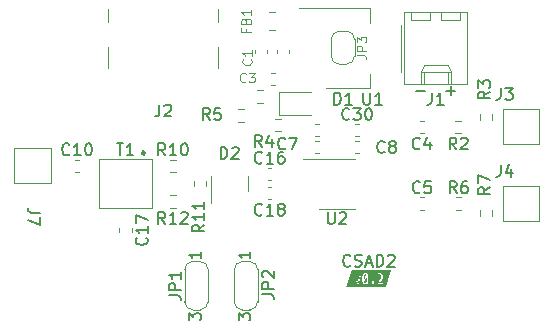
<source format=gbr>
%TF.GenerationSoftware,KiCad,Pcbnew,(7.0.0)*%
%TF.CreationDate,2023-03-22T16:00:15+00:00*%
%TF.ProjectId,CSAD2,43534144-322e-46b6-9963-61645f706362,0.2*%
%TF.SameCoordinates,Original*%
%TF.FileFunction,Legend,Top*%
%TF.FilePolarity,Positive*%
%FSLAX46Y46*%
G04 Gerber Fmt 4.6, Leading zero omitted, Abs format (unit mm)*
G04 Created by KiCad (PCBNEW (7.0.0)) date 2023-03-22 16:00:15*
%MOMM*%
%LPD*%
G01*
G04 APERTURE LIST*
%ADD10C,0.150000*%
%ADD11C,0.120000*%
%ADD12C,0.283607*%
G04 APERTURE END LIST*
D10*
X154859048Y-85386428D02*
X155620953Y-85386428D01*
X155240000Y-85767380D02*
X155240000Y-85005476D01*
X152319048Y-85386428D02*
X153080953Y-85386428D01*
X146728571Y-100187142D02*
X146680952Y-100234761D01*
X146680952Y-100234761D02*
X146538095Y-100282380D01*
X146538095Y-100282380D02*
X146442857Y-100282380D01*
X146442857Y-100282380D02*
X146300000Y-100234761D01*
X146300000Y-100234761D02*
X146204762Y-100139523D01*
X146204762Y-100139523D02*
X146157143Y-100044285D01*
X146157143Y-100044285D02*
X146109524Y-99853809D01*
X146109524Y-99853809D02*
X146109524Y-99710952D01*
X146109524Y-99710952D02*
X146157143Y-99520476D01*
X146157143Y-99520476D02*
X146204762Y-99425238D01*
X146204762Y-99425238D02*
X146300000Y-99330000D01*
X146300000Y-99330000D02*
X146442857Y-99282380D01*
X146442857Y-99282380D02*
X146538095Y-99282380D01*
X146538095Y-99282380D02*
X146680952Y-99330000D01*
X146680952Y-99330000D02*
X146728571Y-99377619D01*
X147109524Y-100234761D02*
X147252381Y-100282380D01*
X147252381Y-100282380D02*
X147490476Y-100282380D01*
X147490476Y-100282380D02*
X147585714Y-100234761D01*
X147585714Y-100234761D02*
X147633333Y-100187142D01*
X147633333Y-100187142D02*
X147680952Y-100091904D01*
X147680952Y-100091904D02*
X147680952Y-99996666D01*
X147680952Y-99996666D02*
X147633333Y-99901428D01*
X147633333Y-99901428D02*
X147585714Y-99853809D01*
X147585714Y-99853809D02*
X147490476Y-99806190D01*
X147490476Y-99806190D02*
X147300000Y-99758571D01*
X147300000Y-99758571D02*
X147204762Y-99710952D01*
X147204762Y-99710952D02*
X147157143Y-99663333D01*
X147157143Y-99663333D02*
X147109524Y-99568095D01*
X147109524Y-99568095D02*
X147109524Y-99472857D01*
X147109524Y-99472857D02*
X147157143Y-99377619D01*
X147157143Y-99377619D02*
X147204762Y-99330000D01*
X147204762Y-99330000D02*
X147300000Y-99282380D01*
X147300000Y-99282380D02*
X147538095Y-99282380D01*
X147538095Y-99282380D02*
X147680952Y-99330000D01*
X148061905Y-99996666D02*
X148538095Y-99996666D01*
X147966667Y-100282380D02*
X148300000Y-99282380D01*
X148300000Y-99282380D02*
X148633333Y-100282380D01*
X148966667Y-100282380D02*
X148966667Y-99282380D01*
X148966667Y-99282380D02*
X149204762Y-99282380D01*
X149204762Y-99282380D02*
X149347619Y-99330000D01*
X149347619Y-99330000D02*
X149442857Y-99425238D01*
X149442857Y-99425238D02*
X149490476Y-99520476D01*
X149490476Y-99520476D02*
X149538095Y-99710952D01*
X149538095Y-99710952D02*
X149538095Y-99853809D01*
X149538095Y-99853809D02*
X149490476Y-100044285D01*
X149490476Y-100044285D02*
X149442857Y-100139523D01*
X149442857Y-100139523D02*
X149347619Y-100234761D01*
X149347619Y-100234761D02*
X149204762Y-100282380D01*
X149204762Y-100282380D02*
X148966667Y-100282380D01*
X149919048Y-99377619D02*
X149966667Y-99330000D01*
X149966667Y-99330000D02*
X150061905Y-99282380D01*
X150061905Y-99282380D02*
X150300000Y-99282380D01*
X150300000Y-99282380D02*
X150395238Y-99330000D01*
X150395238Y-99330000D02*
X150442857Y-99377619D01*
X150442857Y-99377619D02*
X150490476Y-99472857D01*
X150490476Y-99472857D02*
X150490476Y-99568095D01*
X150490476Y-99568095D02*
X150442857Y-99710952D01*
X150442857Y-99710952D02*
X149871429Y-100282380D01*
X149871429Y-100282380D02*
X150490476Y-100282380D01*
%TO.C,R6*%
X155733333Y-94067380D02*
X155400000Y-93591190D01*
X155161905Y-94067380D02*
X155161905Y-93067380D01*
X155161905Y-93067380D02*
X155542857Y-93067380D01*
X155542857Y-93067380D02*
X155638095Y-93115000D01*
X155638095Y-93115000D02*
X155685714Y-93162619D01*
X155685714Y-93162619D02*
X155733333Y-93257857D01*
X155733333Y-93257857D02*
X155733333Y-93400714D01*
X155733333Y-93400714D02*
X155685714Y-93495952D01*
X155685714Y-93495952D02*
X155638095Y-93543571D01*
X155638095Y-93543571D02*
X155542857Y-93591190D01*
X155542857Y-93591190D02*
X155161905Y-93591190D01*
X156590476Y-93067380D02*
X156400000Y-93067380D01*
X156400000Y-93067380D02*
X156304762Y-93115000D01*
X156304762Y-93115000D02*
X156257143Y-93162619D01*
X156257143Y-93162619D02*
X156161905Y-93305476D01*
X156161905Y-93305476D02*
X156114286Y-93495952D01*
X156114286Y-93495952D02*
X156114286Y-93876904D01*
X156114286Y-93876904D02*
X156161905Y-93972142D01*
X156161905Y-93972142D02*
X156209524Y-94019761D01*
X156209524Y-94019761D02*
X156304762Y-94067380D01*
X156304762Y-94067380D02*
X156495238Y-94067380D01*
X156495238Y-94067380D02*
X156590476Y-94019761D01*
X156590476Y-94019761D02*
X156638095Y-93972142D01*
X156638095Y-93972142D02*
X156685714Y-93876904D01*
X156685714Y-93876904D02*
X156685714Y-93638809D01*
X156685714Y-93638809D02*
X156638095Y-93543571D01*
X156638095Y-93543571D02*
X156590476Y-93495952D01*
X156590476Y-93495952D02*
X156495238Y-93448333D01*
X156495238Y-93448333D02*
X156304762Y-93448333D01*
X156304762Y-93448333D02*
X156209524Y-93495952D01*
X156209524Y-93495952D02*
X156161905Y-93543571D01*
X156161905Y-93543571D02*
X156114286Y-93638809D01*
%TO.C,C8*%
X149633333Y-90572142D02*
X149585714Y-90619761D01*
X149585714Y-90619761D02*
X149442857Y-90667380D01*
X149442857Y-90667380D02*
X149347619Y-90667380D01*
X149347619Y-90667380D02*
X149204762Y-90619761D01*
X149204762Y-90619761D02*
X149109524Y-90524523D01*
X149109524Y-90524523D02*
X149061905Y-90429285D01*
X149061905Y-90429285D02*
X149014286Y-90238809D01*
X149014286Y-90238809D02*
X149014286Y-90095952D01*
X149014286Y-90095952D02*
X149061905Y-89905476D01*
X149061905Y-89905476D02*
X149109524Y-89810238D01*
X149109524Y-89810238D02*
X149204762Y-89715000D01*
X149204762Y-89715000D02*
X149347619Y-89667380D01*
X149347619Y-89667380D02*
X149442857Y-89667380D01*
X149442857Y-89667380D02*
X149585714Y-89715000D01*
X149585714Y-89715000D02*
X149633333Y-89762619D01*
X150204762Y-90095952D02*
X150109524Y-90048333D01*
X150109524Y-90048333D02*
X150061905Y-90000714D01*
X150061905Y-90000714D02*
X150014286Y-89905476D01*
X150014286Y-89905476D02*
X150014286Y-89857857D01*
X150014286Y-89857857D02*
X150061905Y-89762619D01*
X150061905Y-89762619D02*
X150109524Y-89715000D01*
X150109524Y-89715000D02*
X150204762Y-89667380D01*
X150204762Y-89667380D02*
X150395238Y-89667380D01*
X150395238Y-89667380D02*
X150490476Y-89715000D01*
X150490476Y-89715000D02*
X150538095Y-89762619D01*
X150538095Y-89762619D02*
X150585714Y-89857857D01*
X150585714Y-89857857D02*
X150585714Y-89905476D01*
X150585714Y-89905476D02*
X150538095Y-90000714D01*
X150538095Y-90000714D02*
X150490476Y-90048333D01*
X150490476Y-90048333D02*
X150395238Y-90095952D01*
X150395238Y-90095952D02*
X150204762Y-90095952D01*
X150204762Y-90095952D02*
X150109524Y-90143571D01*
X150109524Y-90143571D02*
X150061905Y-90191190D01*
X150061905Y-90191190D02*
X150014286Y-90286428D01*
X150014286Y-90286428D02*
X150014286Y-90476904D01*
X150014286Y-90476904D02*
X150061905Y-90572142D01*
X150061905Y-90572142D02*
X150109524Y-90619761D01*
X150109524Y-90619761D02*
X150204762Y-90667380D01*
X150204762Y-90667380D02*
X150395238Y-90667380D01*
X150395238Y-90667380D02*
X150490476Y-90619761D01*
X150490476Y-90619761D02*
X150538095Y-90572142D01*
X150538095Y-90572142D02*
X150585714Y-90476904D01*
X150585714Y-90476904D02*
X150585714Y-90286428D01*
X150585714Y-90286428D02*
X150538095Y-90191190D01*
X150538095Y-90191190D02*
X150490476Y-90143571D01*
X150490476Y-90143571D02*
X150395238Y-90095952D01*
%TO.C,C17*%
X129472142Y-97842857D02*
X129519761Y-97890476D01*
X129519761Y-97890476D02*
X129567380Y-98033333D01*
X129567380Y-98033333D02*
X129567380Y-98128571D01*
X129567380Y-98128571D02*
X129519761Y-98271428D01*
X129519761Y-98271428D02*
X129424523Y-98366666D01*
X129424523Y-98366666D02*
X129329285Y-98414285D01*
X129329285Y-98414285D02*
X129138809Y-98461904D01*
X129138809Y-98461904D02*
X128995952Y-98461904D01*
X128995952Y-98461904D02*
X128805476Y-98414285D01*
X128805476Y-98414285D02*
X128710238Y-98366666D01*
X128710238Y-98366666D02*
X128615000Y-98271428D01*
X128615000Y-98271428D02*
X128567380Y-98128571D01*
X128567380Y-98128571D02*
X128567380Y-98033333D01*
X128567380Y-98033333D02*
X128615000Y-97890476D01*
X128615000Y-97890476D02*
X128662619Y-97842857D01*
X129567380Y-96890476D02*
X129567380Y-97461904D01*
X129567380Y-97176190D02*
X128567380Y-97176190D01*
X128567380Y-97176190D02*
X128710238Y-97271428D01*
X128710238Y-97271428D02*
X128805476Y-97366666D01*
X128805476Y-97366666D02*
X128853095Y-97461904D01*
X128567380Y-96557142D02*
X128567380Y-95890476D01*
X128567380Y-95890476D02*
X129567380Y-96319047D01*
%TO.C,R5*%
X134833333Y-87867380D02*
X134500000Y-87391190D01*
X134261905Y-87867380D02*
X134261905Y-86867380D01*
X134261905Y-86867380D02*
X134642857Y-86867380D01*
X134642857Y-86867380D02*
X134738095Y-86915000D01*
X134738095Y-86915000D02*
X134785714Y-86962619D01*
X134785714Y-86962619D02*
X134833333Y-87057857D01*
X134833333Y-87057857D02*
X134833333Y-87200714D01*
X134833333Y-87200714D02*
X134785714Y-87295952D01*
X134785714Y-87295952D02*
X134738095Y-87343571D01*
X134738095Y-87343571D02*
X134642857Y-87391190D01*
X134642857Y-87391190D02*
X134261905Y-87391190D01*
X135738095Y-86867380D02*
X135261905Y-86867380D01*
X135261905Y-86867380D02*
X135214286Y-87343571D01*
X135214286Y-87343571D02*
X135261905Y-87295952D01*
X135261905Y-87295952D02*
X135357143Y-87248333D01*
X135357143Y-87248333D02*
X135595238Y-87248333D01*
X135595238Y-87248333D02*
X135690476Y-87295952D01*
X135690476Y-87295952D02*
X135738095Y-87343571D01*
X135738095Y-87343571D02*
X135785714Y-87438809D01*
X135785714Y-87438809D02*
X135785714Y-87676904D01*
X135785714Y-87676904D02*
X135738095Y-87772142D01*
X135738095Y-87772142D02*
X135690476Y-87819761D01*
X135690476Y-87819761D02*
X135595238Y-87867380D01*
X135595238Y-87867380D02*
X135357143Y-87867380D01*
X135357143Y-87867380D02*
X135261905Y-87819761D01*
X135261905Y-87819761D02*
X135214286Y-87772142D01*
D11*
%TO.C,C1*%
X138317714Y-82733332D02*
X138355809Y-82771428D01*
X138355809Y-82771428D02*
X138393904Y-82885713D01*
X138393904Y-82885713D02*
X138393904Y-82961904D01*
X138393904Y-82961904D02*
X138355809Y-83076190D01*
X138355809Y-83076190D02*
X138279619Y-83152380D01*
X138279619Y-83152380D02*
X138203428Y-83190475D01*
X138203428Y-83190475D02*
X138051047Y-83228571D01*
X138051047Y-83228571D02*
X137936761Y-83228571D01*
X137936761Y-83228571D02*
X137784380Y-83190475D01*
X137784380Y-83190475D02*
X137708190Y-83152380D01*
X137708190Y-83152380D02*
X137632000Y-83076190D01*
X137632000Y-83076190D02*
X137593904Y-82961904D01*
X137593904Y-82961904D02*
X137593904Y-82885713D01*
X137593904Y-82885713D02*
X137632000Y-82771428D01*
X137632000Y-82771428D02*
X137670095Y-82733332D01*
X138393904Y-81971428D02*
X138393904Y-82428571D01*
X138393904Y-82199999D02*
X137593904Y-82199999D01*
X137593904Y-82199999D02*
X137708190Y-82276190D01*
X137708190Y-82276190D02*
X137784380Y-82352380D01*
X137784380Y-82352380D02*
X137822476Y-82428571D01*
D10*
%TO.C,C16*%
X139257142Y-91472142D02*
X139209523Y-91519761D01*
X139209523Y-91519761D02*
X139066666Y-91567380D01*
X139066666Y-91567380D02*
X138971428Y-91567380D01*
X138971428Y-91567380D02*
X138828571Y-91519761D01*
X138828571Y-91519761D02*
X138733333Y-91424523D01*
X138733333Y-91424523D02*
X138685714Y-91329285D01*
X138685714Y-91329285D02*
X138638095Y-91138809D01*
X138638095Y-91138809D02*
X138638095Y-90995952D01*
X138638095Y-90995952D02*
X138685714Y-90805476D01*
X138685714Y-90805476D02*
X138733333Y-90710238D01*
X138733333Y-90710238D02*
X138828571Y-90615000D01*
X138828571Y-90615000D02*
X138971428Y-90567380D01*
X138971428Y-90567380D02*
X139066666Y-90567380D01*
X139066666Y-90567380D02*
X139209523Y-90615000D01*
X139209523Y-90615000D02*
X139257142Y-90662619D01*
X140209523Y-91567380D02*
X139638095Y-91567380D01*
X139923809Y-91567380D02*
X139923809Y-90567380D01*
X139923809Y-90567380D02*
X139828571Y-90710238D01*
X139828571Y-90710238D02*
X139733333Y-90805476D01*
X139733333Y-90805476D02*
X139638095Y-90853095D01*
X141066666Y-90567380D02*
X140876190Y-90567380D01*
X140876190Y-90567380D02*
X140780952Y-90615000D01*
X140780952Y-90615000D02*
X140733333Y-90662619D01*
X140733333Y-90662619D02*
X140638095Y-90805476D01*
X140638095Y-90805476D02*
X140590476Y-90995952D01*
X140590476Y-90995952D02*
X140590476Y-91376904D01*
X140590476Y-91376904D02*
X140638095Y-91472142D01*
X140638095Y-91472142D02*
X140685714Y-91519761D01*
X140685714Y-91519761D02*
X140780952Y-91567380D01*
X140780952Y-91567380D02*
X140971428Y-91567380D01*
X140971428Y-91567380D02*
X141066666Y-91519761D01*
X141066666Y-91519761D02*
X141114285Y-91472142D01*
X141114285Y-91472142D02*
X141161904Y-91376904D01*
X141161904Y-91376904D02*
X141161904Y-91138809D01*
X141161904Y-91138809D02*
X141114285Y-91043571D01*
X141114285Y-91043571D02*
X141066666Y-90995952D01*
X141066666Y-90995952D02*
X140971428Y-90948333D01*
X140971428Y-90948333D02*
X140780952Y-90948333D01*
X140780952Y-90948333D02*
X140685714Y-90995952D01*
X140685714Y-90995952D02*
X140638095Y-91043571D01*
X140638095Y-91043571D02*
X140590476Y-91138809D01*
D11*
%TO.C,JP3*%
X147293904Y-82416666D02*
X147865333Y-82416666D01*
X147865333Y-82416666D02*
X147979619Y-82454761D01*
X147979619Y-82454761D02*
X148055809Y-82530952D01*
X148055809Y-82530952D02*
X148093904Y-82645237D01*
X148093904Y-82645237D02*
X148093904Y-82721428D01*
X148093904Y-82035713D02*
X147293904Y-82035713D01*
X147293904Y-82035713D02*
X147293904Y-81730951D01*
X147293904Y-81730951D02*
X147332000Y-81654761D01*
X147332000Y-81654761D02*
X147370095Y-81616666D01*
X147370095Y-81616666D02*
X147446285Y-81578570D01*
X147446285Y-81578570D02*
X147560571Y-81578570D01*
X147560571Y-81578570D02*
X147636761Y-81616666D01*
X147636761Y-81616666D02*
X147674857Y-81654761D01*
X147674857Y-81654761D02*
X147712952Y-81730951D01*
X147712952Y-81730951D02*
X147712952Y-82035713D01*
X147293904Y-81311904D02*
X147293904Y-80816666D01*
X147293904Y-80816666D02*
X147598666Y-81083332D01*
X147598666Y-81083332D02*
X147598666Y-80969047D01*
X147598666Y-80969047D02*
X147636761Y-80892856D01*
X147636761Y-80892856D02*
X147674857Y-80854761D01*
X147674857Y-80854761D02*
X147751047Y-80816666D01*
X147751047Y-80816666D02*
X147941523Y-80816666D01*
X147941523Y-80816666D02*
X148017714Y-80854761D01*
X148017714Y-80854761D02*
X148055809Y-80892856D01*
X148055809Y-80892856D02*
X148093904Y-80969047D01*
X148093904Y-80969047D02*
X148093904Y-81197618D01*
X148093904Y-81197618D02*
X148055809Y-81273809D01*
X148055809Y-81273809D02*
X148017714Y-81311904D01*
D10*
%TO.C,C18*%
X139257142Y-95872142D02*
X139209523Y-95919761D01*
X139209523Y-95919761D02*
X139066666Y-95967380D01*
X139066666Y-95967380D02*
X138971428Y-95967380D01*
X138971428Y-95967380D02*
X138828571Y-95919761D01*
X138828571Y-95919761D02*
X138733333Y-95824523D01*
X138733333Y-95824523D02*
X138685714Y-95729285D01*
X138685714Y-95729285D02*
X138638095Y-95538809D01*
X138638095Y-95538809D02*
X138638095Y-95395952D01*
X138638095Y-95395952D02*
X138685714Y-95205476D01*
X138685714Y-95205476D02*
X138733333Y-95110238D01*
X138733333Y-95110238D02*
X138828571Y-95015000D01*
X138828571Y-95015000D02*
X138971428Y-94967380D01*
X138971428Y-94967380D02*
X139066666Y-94967380D01*
X139066666Y-94967380D02*
X139209523Y-95015000D01*
X139209523Y-95015000D02*
X139257142Y-95062619D01*
X140209523Y-95967380D02*
X139638095Y-95967380D01*
X139923809Y-95967380D02*
X139923809Y-94967380D01*
X139923809Y-94967380D02*
X139828571Y-95110238D01*
X139828571Y-95110238D02*
X139733333Y-95205476D01*
X139733333Y-95205476D02*
X139638095Y-95253095D01*
X140780952Y-95395952D02*
X140685714Y-95348333D01*
X140685714Y-95348333D02*
X140638095Y-95300714D01*
X140638095Y-95300714D02*
X140590476Y-95205476D01*
X140590476Y-95205476D02*
X140590476Y-95157857D01*
X140590476Y-95157857D02*
X140638095Y-95062619D01*
X140638095Y-95062619D02*
X140685714Y-95015000D01*
X140685714Y-95015000D02*
X140780952Y-94967380D01*
X140780952Y-94967380D02*
X140971428Y-94967380D01*
X140971428Y-94967380D02*
X141066666Y-95015000D01*
X141066666Y-95015000D02*
X141114285Y-95062619D01*
X141114285Y-95062619D02*
X141161904Y-95157857D01*
X141161904Y-95157857D02*
X141161904Y-95205476D01*
X141161904Y-95205476D02*
X141114285Y-95300714D01*
X141114285Y-95300714D02*
X141066666Y-95348333D01*
X141066666Y-95348333D02*
X140971428Y-95395952D01*
X140971428Y-95395952D02*
X140780952Y-95395952D01*
X140780952Y-95395952D02*
X140685714Y-95443571D01*
X140685714Y-95443571D02*
X140638095Y-95491190D01*
X140638095Y-95491190D02*
X140590476Y-95586428D01*
X140590476Y-95586428D02*
X140590476Y-95776904D01*
X140590476Y-95776904D02*
X140638095Y-95872142D01*
X140638095Y-95872142D02*
X140685714Y-95919761D01*
X140685714Y-95919761D02*
X140780952Y-95967380D01*
X140780952Y-95967380D02*
X140971428Y-95967380D01*
X140971428Y-95967380D02*
X141066666Y-95919761D01*
X141066666Y-95919761D02*
X141114285Y-95872142D01*
X141114285Y-95872142D02*
X141161904Y-95776904D01*
X141161904Y-95776904D02*
X141161904Y-95586428D01*
X141161904Y-95586428D02*
X141114285Y-95491190D01*
X141114285Y-95491190D02*
X141066666Y-95443571D01*
X141066666Y-95443571D02*
X140971428Y-95395952D01*
%TO.C,C10*%
X122957142Y-90772142D02*
X122909523Y-90819761D01*
X122909523Y-90819761D02*
X122766666Y-90867380D01*
X122766666Y-90867380D02*
X122671428Y-90867380D01*
X122671428Y-90867380D02*
X122528571Y-90819761D01*
X122528571Y-90819761D02*
X122433333Y-90724523D01*
X122433333Y-90724523D02*
X122385714Y-90629285D01*
X122385714Y-90629285D02*
X122338095Y-90438809D01*
X122338095Y-90438809D02*
X122338095Y-90295952D01*
X122338095Y-90295952D02*
X122385714Y-90105476D01*
X122385714Y-90105476D02*
X122433333Y-90010238D01*
X122433333Y-90010238D02*
X122528571Y-89915000D01*
X122528571Y-89915000D02*
X122671428Y-89867380D01*
X122671428Y-89867380D02*
X122766666Y-89867380D01*
X122766666Y-89867380D02*
X122909523Y-89915000D01*
X122909523Y-89915000D02*
X122957142Y-89962619D01*
X123909523Y-90867380D02*
X123338095Y-90867380D01*
X123623809Y-90867380D02*
X123623809Y-89867380D01*
X123623809Y-89867380D02*
X123528571Y-90010238D01*
X123528571Y-90010238D02*
X123433333Y-90105476D01*
X123433333Y-90105476D02*
X123338095Y-90153095D01*
X124528571Y-89867380D02*
X124623809Y-89867380D01*
X124623809Y-89867380D02*
X124719047Y-89915000D01*
X124719047Y-89915000D02*
X124766666Y-89962619D01*
X124766666Y-89962619D02*
X124814285Y-90057857D01*
X124814285Y-90057857D02*
X124861904Y-90248333D01*
X124861904Y-90248333D02*
X124861904Y-90486428D01*
X124861904Y-90486428D02*
X124814285Y-90676904D01*
X124814285Y-90676904D02*
X124766666Y-90772142D01*
X124766666Y-90772142D02*
X124719047Y-90819761D01*
X124719047Y-90819761D02*
X124623809Y-90867380D01*
X124623809Y-90867380D02*
X124528571Y-90867380D01*
X124528571Y-90867380D02*
X124433333Y-90819761D01*
X124433333Y-90819761D02*
X124385714Y-90772142D01*
X124385714Y-90772142D02*
X124338095Y-90676904D01*
X124338095Y-90676904D02*
X124290476Y-90486428D01*
X124290476Y-90486428D02*
X124290476Y-90248333D01*
X124290476Y-90248333D02*
X124338095Y-90057857D01*
X124338095Y-90057857D02*
X124385714Y-89962619D01*
X124385714Y-89962619D02*
X124433333Y-89915000D01*
X124433333Y-89915000D02*
X124528571Y-89867380D01*
%TO.C,U2*%
X144838095Y-95667380D02*
X144838095Y-96476904D01*
X144838095Y-96476904D02*
X144885714Y-96572142D01*
X144885714Y-96572142D02*
X144933333Y-96619761D01*
X144933333Y-96619761D02*
X145028571Y-96667380D01*
X145028571Y-96667380D02*
X145219047Y-96667380D01*
X145219047Y-96667380D02*
X145314285Y-96619761D01*
X145314285Y-96619761D02*
X145361904Y-96572142D01*
X145361904Y-96572142D02*
X145409523Y-96476904D01*
X145409523Y-96476904D02*
X145409523Y-95667380D01*
X145838095Y-95762619D02*
X145885714Y-95715000D01*
X145885714Y-95715000D02*
X145980952Y-95667380D01*
X145980952Y-95667380D02*
X146219047Y-95667380D01*
X146219047Y-95667380D02*
X146314285Y-95715000D01*
X146314285Y-95715000D02*
X146361904Y-95762619D01*
X146361904Y-95762619D02*
X146409523Y-95857857D01*
X146409523Y-95857857D02*
X146409523Y-95953095D01*
X146409523Y-95953095D02*
X146361904Y-96095952D01*
X146361904Y-96095952D02*
X145790476Y-96667380D01*
X145790476Y-96667380D02*
X146409523Y-96667380D01*
%TO.C,R10*%
X131057142Y-90867380D02*
X130723809Y-90391190D01*
X130485714Y-90867380D02*
X130485714Y-89867380D01*
X130485714Y-89867380D02*
X130866666Y-89867380D01*
X130866666Y-89867380D02*
X130961904Y-89915000D01*
X130961904Y-89915000D02*
X131009523Y-89962619D01*
X131009523Y-89962619D02*
X131057142Y-90057857D01*
X131057142Y-90057857D02*
X131057142Y-90200714D01*
X131057142Y-90200714D02*
X131009523Y-90295952D01*
X131009523Y-90295952D02*
X130961904Y-90343571D01*
X130961904Y-90343571D02*
X130866666Y-90391190D01*
X130866666Y-90391190D02*
X130485714Y-90391190D01*
X132009523Y-90867380D02*
X131438095Y-90867380D01*
X131723809Y-90867380D02*
X131723809Y-89867380D01*
X131723809Y-89867380D02*
X131628571Y-90010238D01*
X131628571Y-90010238D02*
X131533333Y-90105476D01*
X131533333Y-90105476D02*
X131438095Y-90153095D01*
X132628571Y-89867380D02*
X132723809Y-89867380D01*
X132723809Y-89867380D02*
X132819047Y-89915000D01*
X132819047Y-89915000D02*
X132866666Y-89962619D01*
X132866666Y-89962619D02*
X132914285Y-90057857D01*
X132914285Y-90057857D02*
X132961904Y-90248333D01*
X132961904Y-90248333D02*
X132961904Y-90486428D01*
X132961904Y-90486428D02*
X132914285Y-90676904D01*
X132914285Y-90676904D02*
X132866666Y-90772142D01*
X132866666Y-90772142D02*
X132819047Y-90819761D01*
X132819047Y-90819761D02*
X132723809Y-90867380D01*
X132723809Y-90867380D02*
X132628571Y-90867380D01*
X132628571Y-90867380D02*
X132533333Y-90819761D01*
X132533333Y-90819761D02*
X132485714Y-90772142D01*
X132485714Y-90772142D02*
X132438095Y-90676904D01*
X132438095Y-90676904D02*
X132390476Y-90486428D01*
X132390476Y-90486428D02*
X132390476Y-90248333D01*
X132390476Y-90248333D02*
X132438095Y-90057857D01*
X132438095Y-90057857D02*
X132485714Y-89962619D01*
X132485714Y-89962619D02*
X132533333Y-89915000D01*
X132533333Y-89915000D02*
X132628571Y-89867380D01*
%TO.C,C30*%
X146657142Y-87772142D02*
X146609523Y-87819761D01*
X146609523Y-87819761D02*
X146466666Y-87867380D01*
X146466666Y-87867380D02*
X146371428Y-87867380D01*
X146371428Y-87867380D02*
X146228571Y-87819761D01*
X146228571Y-87819761D02*
X146133333Y-87724523D01*
X146133333Y-87724523D02*
X146085714Y-87629285D01*
X146085714Y-87629285D02*
X146038095Y-87438809D01*
X146038095Y-87438809D02*
X146038095Y-87295952D01*
X146038095Y-87295952D02*
X146085714Y-87105476D01*
X146085714Y-87105476D02*
X146133333Y-87010238D01*
X146133333Y-87010238D02*
X146228571Y-86915000D01*
X146228571Y-86915000D02*
X146371428Y-86867380D01*
X146371428Y-86867380D02*
X146466666Y-86867380D01*
X146466666Y-86867380D02*
X146609523Y-86915000D01*
X146609523Y-86915000D02*
X146657142Y-86962619D01*
X146990476Y-86867380D02*
X147609523Y-86867380D01*
X147609523Y-86867380D02*
X147276190Y-87248333D01*
X147276190Y-87248333D02*
X147419047Y-87248333D01*
X147419047Y-87248333D02*
X147514285Y-87295952D01*
X147514285Y-87295952D02*
X147561904Y-87343571D01*
X147561904Y-87343571D02*
X147609523Y-87438809D01*
X147609523Y-87438809D02*
X147609523Y-87676904D01*
X147609523Y-87676904D02*
X147561904Y-87772142D01*
X147561904Y-87772142D02*
X147514285Y-87819761D01*
X147514285Y-87819761D02*
X147419047Y-87867380D01*
X147419047Y-87867380D02*
X147133333Y-87867380D01*
X147133333Y-87867380D02*
X147038095Y-87819761D01*
X147038095Y-87819761D02*
X146990476Y-87772142D01*
X148228571Y-86867380D02*
X148323809Y-86867380D01*
X148323809Y-86867380D02*
X148419047Y-86915000D01*
X148419047Y-86915000D02*
X148466666Y-86962619D01*
X148466666Y-86962619D02*
X148514285Y-87057857D01*
X148514285Y-87057857D02*
X148561904Y-87248333D01*
X148561904Y-87248333D02*
X148561904Y-87486428D01*
X148561904Y-87486428D02*
X148514285Y-87676904D01*
X148514285Y-87676904D02*
X148466666Y-87772142D01*
X148466666Y-87772142D02*
X148419047Y-87819761D01*
X148419047Y-87819761D02*
X148323809Y-87867380D01*
X148323809Y-87867380D02*
X148228571Y-87867380D01*
X148228571Y-87867380D02*
X148133333Y-87819761D01*
X148133333Y-87819761D02*
X148085714Y-87772142D01*
X148085714Y-87772142D02*
X148038095Y-87676904D01*
X148038095Y-87676904D02*
X147990476Y-87486428D01*
X147990476Y-87486428D02*
X147990476Y-87248333D01*
X147990476Y-87248333D02*
X148038095Y-87057857D01*
X148038095Y-87057857D02*
X148085714Y-86962619D01*
X148085714Y-86962619D02*
X148133333Y-86915000D01*
X148133333Y-86915000D02*
X148228571Y-86867380D01*
%TO.C,J4*%
X159466666Y-91667380D02*
X159466666Y-92381666D01*
X159466666Y-92381666D02*
X159419047Y-92524523D01*
X159419047Y-92524523D02*
X159323809Y-92619761D01*
X159323809Y-92619761D02*
X159180952Y-92667380D01*
X159180952Y-92667380D02*
X159085714Y-92667380D01*
X160371428Y-92000714D02*
X160371428Y-92667380D01*
X160133333Y-91619761D02*
X159895238Y-92334047D01*
X159895238Y-92334047D02*
X160514285Y-92334047D01*
%TO.C,D1*%
X145361905Y-86567380D02*
X145361905Y-85567380D01*
X145361905Y-85567380D02*
X145600000Y-85567380D01*
X145600000Y-85567380D02*
X145742857Y-85615000D01*
X145742857Y-85615000D02*
X145838095Y-85710238D01*
X145838095Y-85710238D02*
X145885714Y-85805476D01*
X145885714Y-85805476D02*
X145933333Y-85995952D01*
X145933333Y-85995952D02*
X145933333Y-86138809D01*
X145933333Y-86138809D02*
X145885714Y-86329285D01*
X145885714Y-86329285D02*
X145838095Y-86424523D01*
X145838095Y-86424523D02*
X145742857Y-86519761D01*
X145742857Y-86519761D02*
X145600000Y-86567380D01*
X145600000Y-86567380D02*
X145361905Y-86567380D01*
X146885714Y-86567380D02*
X146314286Y-86567380D01*
X146600000Y-86567380D02*
X146600000Y-85567380D01*
X146600000Y-85567380D02*
X146504762Y-85710238D01*
X146504762Y-85710238D02*
X146409524Y-85805476D01*
X146409524Y-85805476D02*
X146314286Y-85853095D01*
%TO.C,C4*%
X152633333Y-90272142D02*
X152585714Y-90319761D01*
X152585714Y-90319761D02*
X152442857Y-90367380D01*
X152442857Y-90367380D02*
X152347619Y-90367380D01*
X152347619Y-90367380D02*
X152204762Y-90319761D01*
X152204762Y-90319761D02*
X152109524Y-90224523D01*
X152109524Y-90224523D02*
X152061905Y-90129285D01*
X152061905Y-90129285D02*
X152014286Y-89938809D01*
X152014286Y-89938809D02*
X152014286Y-89795952D01*
X152014286Y-89795952D02*
X152061905Y-89605476D01*
X152061905Y-89605476D02*
X152109524Y-89510238D01*
X152109524Y-89510238D02*
X152204762Y-89415000D01*
X152204762Y-89415000D02*
X152347619Y-89367380D01*
X152347619Y-89367380D02*
X152442857Y-89367380D01*
X152442857Y-89367380D02*
X152585714Y-89415000D01*
X152585714Y-89415000D02*
X152633333Y-89462619D01*
X153490476Y-89700714D02*
X153490476Y-90367380D01*
X153252381Y-89319761D02*
X153014286Y-90034047D01*
X153014286Y-90034047D02*
X153633333Y-90034047D01*
%TO.C,R7*%
X158567380Y-93566666D02*
X158091190Y-93899999D01*
X158567380Y-94138094D02*
X157567380Y-94138094D01*
X157567380Y-94138094D02*
X157567380Y-93757142D01*
X157567380Y-93757142D02*
X157615000Y-93661904D01*
X157615000Y-93661904D02*
X157662619Y-93614285D01*
X157662619Y-93614285D02*
X157757857Y-93566666D01*
X157757857Y-93566666D02*
X157900714Y-93566666D01*
X157900714Y-93566666D02*
X157995952Y-93614285D01*
X157995952Y-93614285D02*
X158043571Y-93661904D01*
X158043571Y-93661904D02*
X158091190Y-93757142D01*
X158091190Y-93757142D02*
X158091190Y-94138094D01*
X157567380Y-93233332D02*
X157567380Y-92566666D01*
X157567380Y-92566666D02*
X158567380Y-92995237D01*
%TO.C,J1*%
X153636666Y-85567380D02*
X153636666Y-86281666D01*
X153636666Y-86281666D02*
X153589047Y-86424523D01*
X153589047Y-86424523D02*
X153493809Y-86519761D01*
X153493809Y-86519761D02*
X153350952Y-86567380D01*
X153350952Y-86567380D02*
X153255714Y-86567380D01*
X154636666Y-86567380D02*
X154065238Y-86567380D01*
X154350952Y-86567380D02*
X154350952Y-85567380D01*
X154350952Y-85567380D02*
X154255714Y-85710238D01*
X154255714Y-85710238D02*
X154160476Y-85805476D01*
X154160476Y-85805476D02*
X154065238Y-85853095D01*
%TO.C,R12*%
X131057142Y-96667380D02*
X130723809Y-96191190D01*
X130485714Y-96667380D02*
X130485714Y-95667380D01*
X130485714Y-95667380D02*
X130866666Y-95667380D01*
X130866666Y-95667380D02*
X130961904Y-95715000D01*
X130961904Y-95715000D02*
X131009523Y-95762619D01*
X131009523Y-95762619D02*
X131057142Y-95857857D01*
X131057142Y-95857857D02*
X131057142Y-96000714D01*
X131057142Y-96000714D02*
X131009523Y-96095952D01*
X131009523Y-96095952D02*
X130961904Y-96143571D01*
X130961904Y-96143571D02*
X130866666Y-96191190D01*
X130866666Y-96191190D02*
X130485714Y-96191190D01*
X132009523Y-96667380D02*
X131438095Y-96667380D01*
X131723809Y-96667380D02*
X131723809Y-95667380D01*
X131723809Y-95667380D02*
X131628571Y-95810238D01*
X131628571Y-95810238D02*
X131533333Y-95905476D01*
X131533333Y-95905476D02*
X131438095Y-95953095D01*
X132390476Y-95762619D02*
X132438095Y-95715000D01*
X132438095Y-95715000D02*
X132533333Y-95667380D01*
X132533333Y-95667380D02*
X132771428Y-95667380D01*
X132771428Y-95667380D02*
X132866666Y-95715000D01*
X132866666Y-95715000D02*
X132914285Y-95762619D01*
X132914285Y-95762619D02*
X132961904Y-95857857D01*
X132961904Y-95857857D02*
X132961904Y-95953095D01*
X132961904Y-95953095D02*
X132914285Y-96095952D01*
X132914285Y-96095952D02*
X132342857Y-96667380D01*
X132342857Y-96667380D02*
X132961904Y-96667380D01*
%TO.C,JP1*%
X131367380Y-102733333D02*
X132081666Y-102733333D01*
X132081666Y-102733333D02*
X132224523Y-102780952D01*
X132224523Y-102780952D02*
X132319761Y-102876190D01*
X132319761Y-102876190D02*
X132367380Y-103019047D01*
X132367380Y-103019047D02*
X132367380Y-103114285D01*
X132367380Y-102257142D02*
X131367380Y-102257142D01*
X131367380Y-102257142D02*
X131367380Y-101876190D01*
X131367380Y-101876190D02*
X131415000Y-101780952D01*
X131415000Y-101780952D02*
X131462619Y-101733333D01*
X131462619Y-101733333D02*
X131557857Y-101685714D01*
X131557857Y-101685714D02*
X131700714Y-101685714D01*
X131700714Y-101685714D02*
X131795952Y-101733333D01*
X131795952Y-101733333D02*
X131843571Y-101780952D01*
X131843571Y-101780952D02*
X131891190Y-101876190D01*
X131891190Y-101876190D02*
X131891190Y-102257142D01*
X132367380Y-100733333D02*
X132367380Y-101304761D01*
X132367380Y-101019047D02*
X131367380Y-101019047D01*
X131367380Y-101019047D02*
X131510238Y-101114285D01*
X131510238Y-101114285D02*
X131605476Y-101209523D01*
X131605476Y-101209523D02*
X131653095Y-101304761D01*
X134067380Y-99014285D02*
X134067380Y-99585713D01*
X134067380Y-99299999D02*
X133067380Y-99299999D01*
X133067380Y-99299999D02*
X133210238Y-99395237D01*
X133210238Y-99395237D02*
X133305476Y-99490475D01*
X133305476Y-99490475D02*
X133353095Y-99585713D01*
X133067380Y-104833332D02*
X133067380Y-104214285D01*
X133067380Y-104214285D02*
X133448333Y-104547618D01*
X133448333Y-104547618D02*
X133448333Y-104404761D01*
X133448333Y-104404761D02*
X133495952Y-104309523D01*
X133495952Y-104309523D02*
X133543571Y-104261904D01*
X133543571Y-104261904D02*
X133638809Y-104214285D01*
X133638809Y-104214285D02*
X133876904Y-104214285D01*
X133876904Y-104214285D02*
X133972142Y-104261904D01*
X133972142Y-104261904D02*
X134019761Y-104309523D01*
X134019761Y-104309523D02*
X134067380Y-104404761D01*
X134067380Y-104404761D02*
X134067380Y-104690475D01*
X134067380Y-104690475D02*
X134019761Y-104785713D01*
X134019761Y-104785713D02*
X133972142Y-104833332D01*
%TO.C,R3*%
X158567380Y-85466666D02*
X158091190Y-85799999D01*
X158567380Y-86038094D02*
X157567380Y-86038094D01*
X157567380Y-86038094D02*
X157567380Y-85657142D01*
X157567380Y-85657142D02*
X157615000Y-85561904D01*
X157615000Y-85561904D02*
X157662619Y-85514285D01*
X157662619Y-85514285D02*
X157757857Y-85466666D01*
X157757857Y-85466666D02*
X157900714Y-85466666D01*
X157900714Y-85466666D02*
X157995952Y-85514285D01*
X157995952Y-85514285D02*
X158043571Y-85561904D01*
X158043571Y-85561904D02*
X158091190Y-85657142D01*
X158091190Y-85657142D02*
X158091190Y-86038094D01*
X157567380Y-85133332D02*
X157567380Y-84514285D01*
X157567380Y-84514285D02*
X157948333Y-84847618D01*
X157948333Y-84847618D02*
X157948333Y-84704761D01*
X157948333Y-84704761D02*
X157995952Y-84609523D01*
X157995952Y-84609523D02*
X158043571Y-84561904D01*
X158043571Y-84561904D02*
X158138809Y-84514285D01*
X158138809Y-84514285D02*
X158376904Y-84514285D01*
X158376904Y-84514285D02*
X158472142Y-84561904D01*
X158472142Y-84561904D02*
X158519761Y-84609523D01*
X158519761Y-84609523D02*
X158567380Y-84704761D01*
X158567380Y-84704761D02*
X158567380Y-84990475D01*
X158567380Y-84990475D02*
X158519761Y-85085713D01*
X158519761Y-85085713D02*
X158472142Y-85133332D01*
%TO.C,U1*%
X147838095Y-85567380D02*
X147838095Y-86376904D01*
X147838095Y-86376904D02*
X147885714Y-86472142D01*
X147885714Y-86472142D02*
X147933333Y-86519761D01*
X147933333Y-86519761D02*
X148028571Y-86567380D01*
X148028571Y-86567380D02*
X148219047Y-86567380D01*
X148219047Y-86567380D02*
X148314285Y-86519761D01*
X148314285Y-86519761D02*
X148361904Y-86472142D01*
X148361904Y-86472142D02*
X148409523Y-86376904D01*
X148409523Y-86376904D02*
X148409523Y-85567380D01*
X149409523Y-86567380D02*
X148838095Y-86567380D01*
X149123809Y-86567380D02*
X149123809Y-85567380D01*
X149123809Y-85567380D02*
X149028571Y-85710238D01*
X149028571Y-85710238D02*
X148933333Y-85805476D01*
X148933333Y-85805476D02*
X148838095Y-85853095D01*
D11*
%TO.C,FB1*%
X137874857Y-80166666D02*
X137874857Y-80433332D01*
X138293904Y-80433332D02*
X137493904Y-80433332D01*
X137493904Y-80433332D02*
X137493904Y-80052380D01*
X137874857Y-79480952D02*
X137912952Y-79366666D01*
X137912952Y-79366666D02*
X137951047Y-79328571D01*
X137951047Y-79328571D02*
X138027238Y-79290475D01*
X138027238Y-79290475D02*
X138141523Y-79290475D01*
X138141523Y-79290475D02*
X138217714Y-79328571D01*
X138217714Y-79328571D02*
X138255809Y-79366666D01*
X138255809Y-79366666D02*
X138293904Y-79442856D01*
X138293904Y-79442856D02*
X138293904Y-79747618D01*
X138293904Y-79747618D02*
X137493904Y-79747618D01*
X137493904Y-79747618D02*
X137493904Y-79480952D01*
X137493904Y-79480952D02*
X137532000Y-79404761D01*
X137532000Y-79404761D02*
X137570095Y-79366666D01*
X137570095Y-79366666D02*
X137646285Y-79328571D01*
X137646285Y-79328571D02*
X137722476Y-79328571D01*
X137722476Y-79328571D02*
X137798666Y-79366666D01*
X137798666Y-79366666D02*
X137836761Y-79404761D01*
X137836761Y-79404761D02*
X137874857Y-79480952D01*
X137874857Y-79480952D02*
X137874857Y-79747618D01*
X138293904Y-78528571D02*
X138293904Y-78985714D01*
X138293904Y-78757142D02*
X137493904Y-78757142D01*
X137493904Y-78757142D02*
X137608190Y-78833333D01*
X137608190Y-78833333D02*
X137684380Y-78909523D01*
X137684380Y-78909523D02*
X137722476Y-78985714D01*
D10*
%TO.C,T1*%
X126938095Y-89867380D02*
X127509523Y-89867380D01*
X127223809Y-90867380D02*
X127223809Y-89867380D01*
X128366666Y-90867380D02*
X127795238Y-90867380D01*
X128080952Y-90867380D02*
X128080952Y-89867380D01*
X128080952Y-89867380D02*
X127985714Y-90010238D01*
X127985714Y-90010238D02*
X127890476Y-90105476D01*
X127890476Y-90105476D02*
X127795238Y-90153095D01*
%TO.C,J3*%
X159466666Y-85167380D02*
X159466666Y-85881666D01*
X159466666Y-85881666D02*
X159419047Y-86024523D01*
X159419047Y-86024523D02*
X159323809Y-86119761D01*
X159323809Y-86119761D02*
X159180952Y-86167380D01*
X159180952Y-86167380D02*
X159085714Y-86167380D01*
X159847619Y-85167380D02*
X160466666Y-85167380D01*
X160466666Y-85167380D02*
X160133333Y-85548333D01*
X160133333Y-85548333D02*
X160276190Y-85548333D01*
X160276190Y-85548333D02*
X160371428Y-85595952D01*
X160371428Y-85595952D02*
X160419047Y-85643571D01*
X160419047Y-85643571D02*
X160466666Y-85738809D01*
X160466666Y-85738809D02*
X160466666Y-85976904D01*
X160466666Y-85976904D02*
X160419047Y-86072142D01*
X160419047Y-86072142D02*
X160371428Y-86119761D01*
X160371428Y-86119761D02*
X160276190Y-86167380D01*
X160276190Y-86167380D02*
X159990476Y-86167380D01*
X159990476Y-86167380D02*
X159895238Y-86119761D01*
X159895238Y-86119761D02*
X159847619Y-86072142D01*
D11*
%TO.C,C3*%
X137866667Y-84617714D02*
X137828571Y-84655809D01*
X137828571Y-84655809D02*
X137714286Y-84693904D01*
X137714286Y-84693904D02*
X137638095Y-84693904D01*
X137638095Y-84693904D02*
X137523809Y-84655809D01*
X137523809Y-84655809D02*
X137447619Y-84579619D01*
X137447619Y-84579619D02*
X137409524Y-84503428D01*
X137409524Y-84503428D02*
X137371428Y-84351047D01*
X137371428Y-84351047D02*
X137371428Y-84236761D01*
X137371428Y-84236761D02*
X137409524Y-84084380D01*
X137409524Y-84084380D02*
X137447619Y-84008190D01*
X137447619Y-84008190D02*
X137523809Y-83932000D01*
X137523809Y-83932000D02*
X137638095Y-83893904D01*
X137638095Y-83893904D02*
X137714286Y-83893904D01*
X137714286Y-83893904D02*
X137828571Y-83932000D01*
X137828571Y-83932000D02*
X137866667Y-83970095D01*
X138133333Y-83893904D02*
X138628571Y-83893904D01*
X138628571Y-83893904D02*
X138361905Y-84198666D01*
X138361905Y-84198666D02*
X138476190Y-84198666D01*
X138476190Y-84198666D02*
X138552381Y-84236761D01*
X138552381Y-84236761D02*
X138590476Y-84274857D01*
X138590476Y-84274857D02*
X138628571Y-84351047D01*
X138628571Y-84351047D02*
X138628571Y-84541523D01*
X138628571Y-84541523D02*
X138590476Y-84617714D01*
X138590476Y-84617714D02*
X138552381Y-84655809D01*
X138552381Y-84655809D02*
X138476190Y-84693904D01*
X138476190Y-84693904D02*
X138247619Y-84693904D01*
X138247619Y-84693904D02*
X138171428Y-84655809D01*
X138171428Y-84655809D02*
X138133333Y-84617714D01*
D10*
%TO.C,R2*%
X155708333Y-90363629D02*
X155375000Y-89887439D01*
X155136905Y-90363629D02*
X155136905Y-89363629D01*
X155136905Y-89363629D02*
X155517857Y-89363629D01*
X155517857Y-89363629D02*
X155613095Y-89411249D01*
X155613095Y-89411249D02*
X155660714Y-89458868D01*
X155660714Y-89458868D02*
X155708333Y-89554106D01*
X155708333Y-89554106D02*
X155708333Y-89696963D01*
X155708333Y-89696963D02*
X155660714Y-89792201D01*
X155660714Y-89792201D02*
X155613095Y-89839820D01*
X155613095Y-89839820D02*
X155517857Y-89887439D01*
X155517857Y-89887439D02*
X155136905Y-89887439D01*
X156089286Y-89458868D02*
X156136905Y-89411249D01*
X156136905Y-89411249D02*
X156232143Y-89363629D01*
X156232143Y-89363629D02*
X156470238Y-89363629D01*
X156470238Y-89363629D02*
X156565476Y-89411249D01*
X156565476Y-89411249D02*
X156613095Y-89458868D01*
X156613095Y-89458868D02*
X156660714Y-89554106D01*
X156660714Y-89554106D02*
X156660714Y-89649344D01*
X156660714Y-89649344D02*
X156613095Y-89792201D01*
X156613095Y-89792201D02*
X156041667Y-90363629D01*
X156041667Y-90363629D02*
X156660714Y-90363629D01*
%TO.C,D2*%
X135761905Y-91167380D02*
X135761905Y-90167380D01*
X135761905Y-90167380D02*
X136000000Y-90167380D01*
X136000000Y-90167380D02*
X136142857Y-90215000D01*
X136142857Y-90215000D02*
X136238095Y-90310238D01*
X136238095Y-90310238D02*
X136285714Y-90405476D01*
X136285714Y-90405476D02*
X136333333Y-90595952D01*
X136333333Y-90595952D02*
X136333333Y-90738809D01*
X136333333Y-90738809D02*
X136285714Y-90929285D01*
X136285714Y-90929285D02*
X136238095Y-91024523D01*
X136238095Y-91024523D02*
X136142857Y-91119761D01*
X136142857Y-91119761D02*
X136000000Y-91167380D01*
X136000000Y-91167380D02*
X135761905Y-91167380D01*
X136714286Y-90262619D02*
X136761905Y-90215000D01*
X136761905Y-90215000D02*
X136857143Y-90167380D01*
X136857143Y-90167380D02*
X137095238Y-90167380D01*
X137095238Y-90167380D02*
X137190476Y-90215000D01*
X137190476Y-90215000D02*
X137238095Y-90262619D01*
X137238095Y-90262619D02*
X137285714Y-90357857D01*
X137285714Y-90357857D02*
X137285714Y-90453095D01*
X137285714Y-90453095D02*
X137238095Y-90595952D01*
X137238095Y-90595952D02*
X136666667Y-91167380D01*
X136666667Y-91167380D02*
X137285714Y-91167380D01*
%TO.C,JP2*%
X139267380Y-102633333D02*
X139981666Y-102633333D01*
X139981666Y-102633333D02*
X140124523Y-102680952D01*
X140124523Y-102680952D02*
X140219761Y-102776190D01*
X140219761Y-102776190D02*
X140267380Y-102919047D01*
X140267380Y-102919047D02*
X140267380Y-103014285D01*
X140267380Y-102157142D02*
X139267380Y-102157142D01*
X139267380Y-102157142D02*
X139267380Y-101776190D01*
X139267380Y-101776190D02*
X139315000Y-101680952D01*
X139315000Y-101680952D02*
X139362619Y-101633333D01*
X139362619Y-101633333D02*
X139457857Y-101585714D01*
X139457857Y-101585714D02*
X139600714Y-101585714D01*
X139600714Y-101585714D02*
X139695952Y-101633333D01*
X139695952Y-101633333D02*
X139743571Y-101680952D01*
X139743571Y-101680952D02*
X139791190Y-101776190D01*
X139791190Y-101776190D02*
X139791190Y-102157142D01*
X139362619Y-101204761D02*
X139315000Y-101157142D01*
X139315000Y-101157142D02*
X139267380Y-101061904D01*
X139267380Y-101061904D02*
X139267380Y-100823809D01*
X139267380Y-100823809D02*
X139315000Y-100728571D01*
X139315000Y-100728571D02*
X139362619Y-100680952D01*
X139362619Y-100680952D02*
X139457857Y-100633333D01*
X139457857Y-100633333D02*
X139553095Y-100633333D01*
X139553095Y-100633333D02*
X139695952Y-100680952D01*
X139695952Y-100680952D02*
X140267380Y-101252380D01*
X140267380Y-101252380D02*
X140267380Y-100633333D01*
X137267380Y-104833332D02*
X137267380Y-104214285D01*
X137267380Y-104214285D02*
X137648333Y-104547618D01*
X137648333Y-104547618D02*
X137648333Y-104404761D01*
X137648333Y-104404761D02*
X137695952Y-104309523D01*
X137695952Y-104309523D02*
X137743571Y-104261904D01*
X137743571Y-104261904D02*
X137838809Y-104214285D01*
X137838809Y-104214285D02*
X138076904Y-104214285D01*
X138076904Y-104214285D02*
X138172142Y-104261904D01*
X138172142Y-104261904D02*
X138219761Y-104309523D01*
X138219761Y-104309523D02*
X138267380Y-104404761D01*
X138267380Y-104404761D02*
X138267380Y-104690475D01*
X138267380Y-104690475D02*
X138219761Y-104785713D01*
X138219761Y-104785713D02*
X138172142Y-104833332D01*
X138267380Y-99014285D02*
X138267380Y-99585713D01*
X138267380Y-99299999D02*
X137267380Y-99299999D01*
X137267380Y-99299999D02*
X137410238Y-99395237D01*
X137410238Y-99395237D02*
X137505476Y-99490475D01*
X137505476Y-99490475D02*
X137553095Y-99585713D01*
%TO.C,C7*%
X141233333Y-90272142D02*
X141185714Y-90319761D01*
X141185714Y-90319761D02*
X141042857Y-90367380D01*
X141042857Y-90367380D02*
X140947619Y-90367380D01*
X140947619Y-90367380D02*
X140804762Y-90319761D01*
X140804762Y-90319761D02*
X140709524Y-90224523D01*
X140709524Y-90224523D02*
X140661905Y-90129285D01*
X140661905Y-90129285D02*
X140614286Y-89938809D01*
X140614286Y-89938809D02*
X140614286Y-89795952D01*
X140614286Y-89795952D02*
X140661905Y-89605476D01*
X140661905Y-89605476D02*
X140709524Y-89510238D01*
X140709524Y-89510238D02*
X140804762Y-89415000D01*
X140804762Y-89415000D02*
X140947619Y-89367380D01*
X140947619Y-89367380D02*
X141042857Y-89367380D01*
X141042857Y-89367380D02*
X141185714Y-89415000D01*
X141185714Y-89415000D02*
X141233333Y-89462619D01*
X141566667Y-89367380D02*
X142233333Y-89367380D01*
X142233333Y-89367380D02*
X141804762Y-90367380D01*
%TO.C,R11*%
X134367380Y-96742857D02*
X133891190Y-97076190D01*
X134367380Y-97314285D02*
X133367380Y-97314285D01*
X133367380Y-97314285D02*
X133367380Y-96933333D01*
X133367380Y-96933333D02*
X133415000Y-96838095D01*
X133415000Y-96838095D02*
X133462619Y-96790476D01*
X133462619Y-96790476D02*
X133557857Y-96742857D01*
X133557857Y-96742857D02*
X133700714Y-96742857D01*
X133700714Y-96742857D02*
X133795952Y-96790476D01*
X133795952Y-96790476D02*
X133843571Y-96838095D01*
X133843571Y-96838095D02*
X133891190Y-96933333D01*
X133891190Y-96933333D02*
X133891190Y-97314285D01*
X134367380Y-95790476D02*
X134367380Y-96361904D01*
X134367380Y-96076190D02*
X133367380Y-96076190D01*
X133367380Y-96076190D02*
X133510238Y-96171428D01*
X133510238Y-96171428D02*
X133605476Y-96266666D01*
X133605476Y-96266666D02*
X133653095Y-96361904D01*
X134367380Y-94838095D02*
X134367380Y-95409523D01*
X134367380Y-95123809D02*
X133367380Y-95123809D01*
X133367380Y-95123809D02*
X133510238Y-95219047D01*
X133510238Y-95219047D02*
X133605476Y-95314285D01*
X133605476Y-95314285D02*
X133653095Y-95409523D01*
%TO.C,C5*%
X152633333Y-93972142D02*
X152585714Y-94019761D01*
X152585714Y-94019761D02*
X152442857Y-94067380D01*
X152442857Y-94067380D02*
X152347619Y-94067380D01*
X152347619Y-94067380D02*
X152204762Y-94019761D01*
X152204762Y-94019761D02*
X152109524Y-93924523D01*
X152109524Y-93924523D02*
X152061905Y-93829285D01*
X152061905Y-93829285D02*
X152014286Y-93638809D01*
X152014286Y-93638809D02*
X152014286Y-93495952D01*
X152014286Y-93495952D02*
X152061905Y-93305476D01*
X152061905Y-93305476D02*
X152109524Y-93210238D01*
X152109524Y-93210238D02*
X152204762Y-93115000D01*
X152204762Y-93115000D02*
X152347619Y-93067380D01*
X152347619Y-93067380D02*
X152442857Y-93067380D01*
X152442857Y-93067380D02*
X152585714Y-93115000D01*
X152585714Y-93115000D02*
X152633333Y-93162619D01*
X153538095Y-93067380D02*
X153061905Y-93067380D01*
X153061905Y-93067380D02*
X153014286Y-93543571D01*
X153014286Y-93543571D02*
X153061905Y-93495952D01*
X153061905Y-93495952D02*
X153157143Y-93448333D01*
X153157143Y-93448333D02*
X153395238Y-93448333D01*
X153395238Y-93448333D02*
X153490476Y-93495952D01*
X153490476Y-93495952D02*
X153538095Y-93543571D01*
X153538095Y-93543571D02*
X153585714Y-93638809D01*
X153585714Y-93638809D02*
X153585714Y-93876904D01*
X153585714Y-93876904D02*
X153538095Y-93972142D01*
X153538095Y-93972142D02*
X153490476Y-94019761D01*
X153490476Y-94019761D02*
X153395238Y-94067380D01*
X153395238Y-94067380D02*
X153157143Y-94067380D01*
X153157143Y-94067380D02*
X153061905Y-94019761D01*
X153061905Y-94019761D02*
X153014286Y-93972142D01*
%TO.C,J7*%
X120432619Y-95716666D02*
X119718333Y-95716666D01*
X119718333Y-95716666D02*
X119575476Y-95669047D01*
X119575476Y-95669047D02*
X119480238Y-95573809D01*
X119480238Y-95573809D02*
X119432619Y-95430952D01*
X119432619Y-95430952D02*
X119432619Y-95335714D01*
X120432619Y-96097619D02*
X120432619Y-96764285D01*
X120432619Y-96764285D02*
X119432619Y-96335714D01*
%TO.C,R4*%
X139233333Y-90167380D02*
X138900000Y-89691190D01*
X138661905Y-90167380D02*
X138661905Y-89167380D01*
X138661905Y-89167380D02*
X139042857Y-89167380D01*
X139042857Y-89167380D02*
X139138095Y-89215000D01*
X139138095Y-89215000D02*
X139185714Y-89262619D01*
X139185714Y-89262619D02*
X139233333Y-89357857D01*
X139233333Y-89357857D02*
X139233333Y-89500714D01*
X139233333Y-89500714D02*
X139185714Y-89595952D01*
X139185714Y-89595952D02*
X139138095Y-89643571D01*
X139138095Y-89643571D02*
X139042857Y-89691190D01*
X139042857Y-89691190D02*
X138661905Y-89691190D01*
X140090476Y-89500714D02*
X140090476Y-90167380D01*
X139852381Y-89119761D02*
X139614286Y-89834047D01*
X139614286Y-89834047D02*
X140233333Y-89834047D01*
%TO.C,J2*%
X130566666Y-86577380D02*
X130566666Y-87291666D01*
X130566666Y-87291666D02*
X130519047Y-87434523D01*
X130519047Y-87434523D02*
X130423809Y-87529761D01*
X130423809Y-87529761D02*
X130280952Y-87577380D01*
X130280952Y-87577380D02*
X130185714Y-87577380D01*
X130995238Y-86672619D02*
X131042857Y-86625000D01*
X131042857Y-86625000D02*
X131138095Y-86577380D01*
X131138095Y-86577380D02*
X131376190Y-86577380D01*
X131376190Y-86577380D02*
X131471428Y-86625000D01*
X131471428Y-86625000D02*
X131519047Y-86672619D01*
X131519047Y-86672619D02*
X131566666Y-86767857D01*
X131566666Y-86767857D02*
X131566666Y-86863095D01*
X131566666Y-86863095D02*
X131519047Y-87005952D01*
X131519047Y-87005952D02*
X130947619Y-87577380D01*
X130947619Y-87577380D02*
X131566666Y-87577380D01*
D11*
%TO.C,R6*%
X155662742Y-94423750D02*
X156137258Y-94423750D01*
X155662742Y-95468750D02*
X156137258Y-95468750D01*
%TO.C,C8*%
X147159420Y-89690000D02*
X147440580Y-89690000D01*
X147159420Y-90710000D02*
X147440580Y-90710000D01*
%TO.C,C2*%
X140515000Y-82240580D02*
X140515000Y-81959420D01*
X141535000Y-82240580D02*
X141535000Y-81959420D01*
%TO.C,C17*%
X128210000Y-97059420D02*
X128210000Y-97340580D01*
X127190000Y-97059420D02*
X127190000Y-97340580D01*
%TO.C,kibuzzard-64130C47*%
G36*
X148061240Y-100952655D02*
G01*
X148099340Y-101028220D01*
X147882170Y-101405410D01*
X147879630Y-101300000D01*
X147881323Y-101209689D01*
X147886403Y-101133489D01*
X147894870Y-101071400D01*
X147912491Y-101002185D01*
X147934875Y-100959640D01*
X148001550Y-100930430D01*
X148061240Y-100952655D01*
G37*
G36*
X148122518Y-101231103D02*
G01*
X148123470Y-101300000D01*
X148121777Y-101390311D01*
X148116697Y-101466511D01*
X148108230Y-101528600D01*
X148090609Y-101597815D01*
X148068225Y-101640360D01*
X148001550Y-101669570D01*
X147938050Y-101643535D01*
X147898680Y-101554000D01*
X148119660Y-101171730D01*
X148122518Y-101231103D01*
G37*
G36*
X148537490Y-102040833D02*
G01*
X148001550Y-102040833D01*
X147455450Y-102040833D01*
X147099850Y-102040833D01*
X146835267Y-102040833D01*
X146390767Y-102040833D01*
X146672072Y-101103150D01*
X147099850Y-101103150D01*
X147277650Y-101763550D01*
X147455450Y-101763550D01*
X147580252Y-101300000D01*
X147747550Y-101300000D01*
X147750866Y-101412677D01*
X147760814Y-101508562D01*
X147777395Y-101587655D01*
X147813114Y-101677508D01*
X147860580Y-101734975D01*
X147922493Y-101765931D01*
X148001550Y-101776250D01*
X148080608Y-101765931D01*
X148142520Y-101734975D01*
X148189986Y-101677508D01*
X148225705Y-101587655D01*
X148234092Y-101547650D01*
X148537490Y-101547650D01*
X148537490Y-101763550D01*
X148740690Y-101763550D01*
X149042950Y-101763550D01*
X149500150Y-101763550D01*
X149500150Y-101653060D01*
X149190270Y-101653060D01*
X149190270Y-101650520D01*
X149264763Y-101561779D01*
X149328224Y-101478435D01*
X149380651Y-101400489D01*
X149422045Y-101327940D01*
X149461909Y-101237347D01*
X149485827Y-101151833D01*
X149493800Y-101071400D01*
X149479354Y-100964244D01*
X149436015Y-100886615D01*
X149365371Y-100839466D01*
X149269010Y-100823750D01*
X149188577Y-100831088D01*
X149113223Y-100853101D01*
X149042950Y-100889790D01*
X149042950Y-101009170D01*
X149114493Y-100967542D01*
X149180110Y-100942566D01*
X149239800Y-100934240D01*
X149322985Y-100968530D01*
X149343464Y-101012980D01*
X149350290Y-101077750D01*
X149344018Y-101147341D01*
X149325201Y-101221130D01*
X149293840Y-101299119D01*
X149249934Y-101381306D01*
X149193484Y-101467692D01*
X149124489Y-101558277D01*
X149042950Y-101653060D01*
X149042950Y-101763550D01*
X148740690Y-101763550D01*
X148740690Y-101547650D01*
X148537490Y-101547650D01*
X148234092Y-101547650D01*
X148242286Y-101508562D01*
X148252234Y-101412677D01*
X148255550Y-101300000D01*
X148252234Y-101187323D01*
X148242286Y-101091438D01*
X148225705Y-101012345D01*
X148189986Y-100922493D01*
X148142520Y-100865025D01*
X148080608Y-100834069D01*
X148001550Y-100823750D01*
X147922493Y-100834069D01*
X147860580Y-100865025D01*
X147813114Y-100922493D01*
X147777395Y-101012345D01*
X147760814Y-101091438D01*
X147750866Y-101187323D01*
X147747550Y-101300000D01*
X147580252Y-101300000D01*
X147633250Y-101103150D01*
X147493550Y-101103150D01*
X147370360Y-101661950D01*
X147367820Y-101661950D01*
X147244630Y-101103150D01*
X147099850Y-101103150D01*
X146672072Y-101103150D01*
X146835267Y-100559167D01*
X147099850Y-100559167D01*
X149500150Y-100559167D01*
X149764733Y-100559167D01*
X150209233Y-100559167D01*
X149764733Y-102040833D01*
X149500150Y-102040833D01*
X148537490Y-102040833D01*
G37*
%TO.C,C31*%
X144040580Y-89210000D02*
X143759420Y-89210000D01*
X144040580Y-88190000D02*
X143759420Y-88190000D01*
%TO.C,R5*%
X137737258Y-88022500D02*
X137262742Y-88022500D01*
X137737258Y-86977500D02*
X137262742Y-86977500D01*
%TO.C,C1*%
X138690000Y-82215580D02*
X138690000Y-81934420D01*
X139710000Y-82215580D02*
X139710000Y-81934420D01*
%TO.C,C16*%
X139759420Y-91935000D02*
X140040580Y-91935000D01*
X139759420Y-92955000D02*
X140040580Y-92955000D01*
%TO.C,JP3*%
X146400000Y-83150000D02*
X145800000Y-83150000D01*
X145100000Y-82450000D02*
X145100000Y-81050000D01*
X147100000Y-81050000D02*
X147100000Y-82450000D01*
X145800000Y-80350000D02*
X146400000Y-80350000D01*
X145100000Y-82450000D02*
G75*
G03*
X145800000Y-83150000I699999J-1D01*
G01*
X146400000Y-83150000D02*
G75*
G03*
X147100000Y-82450000I1J699999D01*
G01*
X145800000Y-80350000D02*
G75*
G03*
X145100000Y-81050000I0J-700000D01*
G01*
X147100000Y-81050000D02*
G75*
G03*
X146400000Y-80350000I-700000J0D01*
G01*
%TO.C,C18*%
X139759420Y-93585000D02*
X140040580Y-93585000D01*
X139759420Y-94605000D02*
X140040580Y-94605000D01*
%TO.C,C10*%
X123459420Y-91240000D02*
X123740580Y-91240000D01*
X123459420Y-92260000D02*
X123740580Y-92260000D01*
%TO.C,U2*%
X145600000Y-91160000D02*
X142725000Y-91160000D01*
X145600000Y-91160000D02*
X147100000Y-91160000D01*
X145600000Y-95380000D02*
X144100000Y-95380000D01*
X145600000Y-95380000D02*
X147100000Y-95380000D01*
%TO.C,R10*%
X131462742Y-91227500D02*
X131937258Y-91227500D01*
X131462742Y-92272500D02*
X131937258Y-92272500D01*
%TO.C,C30*%
X147159420Y-88190000D02*
X147440580Y-88190000D01*
X147159420Y-89210000D02*
X147440580Y-89210000D01*
%TO.C,J4*%
X159650000Y-96446250D02*
X162750000Y-96446250D01*
X162750000Y-96446250D02*
X162750000Y-93446250D01*
X162750000Y-93446250D02*
X159650000Y-93446250D01*
X159650000Y-93446250D02*
X159650000Y-96446250D01*
%TO.C,D1*%
X140715000Y-85540000D02*
X140715000Y-87460000D01*
X140715000Y-87460000D02*
X143400000Y-87460000D01*
X143400000Y-85540000D02*
X140715000Y-85540000D01*
%TO.C,C4*%
X152659420Y-87936250D02*
X152940580Y-87936250D01*
X152659420Y-88956250D02*
X152940580Y-88956250D01*
%TO.C,R7*%
X157677500Y-96008508D02*
X157677500Y-95533992D01*
X158722500Y-96008508D02*
X158722500Y-95533992D01*
%TO.C,J1*%
X151030000Y-79800000D02*
X151030000Y-83800000D01*
X151320000Y-78770000D02*
X151320000Y-84790000D01*
X151320000Y-84790000D02*
X156620000Y-84790000D01*
X151900000Y-78770000D02*
X151900000Y-79370000D01*
X151900000Y-79370000D02*
X153500000Y-79370000D01*
X152700000Y-83790000D02*
X152950000Y-83260000D01*
X152700000Y-83790000D02*
X155240000Y-83790000D01*
X152700000Y-84790000D02*
X152700000Y-83790000D01*
X152950000Y-83260000D02*
X154990000Y-83260000D01*
X152950000Y-84790000D02*
X152950000Y-83790000D01*
X153500000Y-79370000D02*
X153500000Y-78770000D01*
X154440000Y-78770000D02*
X154440000Y-79370000D01*
X154440000Y-79370000D02*
X156040000Y-79370000D01*
X154990000Y-83260000D02*
X155240000Y-83790000D01*
X154990000Y-84790000D02*
X154990000Y-83790000D01*
X155240000Y-83790000D02*
X155240000Y-84790000D01*
X156040000Y-79370000D02*
X156040000Y-78770000D01*
X156620000Y-78770000D02*
X151320000Y-78770000D01*
X156620000Y-84790000D02*
X156620000Y-78770000D01*
%TO.C,R12*%
X131462742Y-94267500D02*
X131937258Y-94267500D01*
X131462742Y-95312500D02*
X131937258Y-95312500D01*
%TO.C,JP1*%
X133400000Y-99850000D02*
X134000000Y-99850000D01*
X134700000Y-100500000D02*
X134700000Y-103300000D01*
X132700000Y-103300000D02*
X132700000Y-100500000D01*
X134000000Y-103950000D02*
X133400000Y-103950000D01*
X134700000Y-100550000D02*
G75*
G03*
X134000000Y-99850000I-699999J1D01*
G01*
X133400000Y-99850000D02*
G75*
G03*
X132700000Y-100550000I-1J-699999D01*
G01*
X134000000Y-103950000D02*
G75*
G03*
X134700000Y-103250000I0J700000D01*
G01*
X132700000Y-103250000D02*
G75*
G03*
X133400000Y-103950000I700000J0D01*
G01*
%TO.C,R3*%
X158722500Y-87383992D02*
X158722500Y-87858508D01*
X157677500Y-87383992D02*
X157677500Y-87858508D01*
%TO.C,U1*%
X142387500Y-78390000D02*
X148397500Y-78390000D01*
X144637500Y-85210000D02*
X148397500Y-85210000D01*
X148397500Y-78390000D02*
X148397500Y-79650000D01*
X148397500Y-85210000D02*
X148397500Y-83950000D01*
%TO.C,FB1*%
X139885436Y-78765000D02*
X140339564Y-78765000D01*
X139885436Y-80235000D02*
X140339564Y-80235000D01*
%TO.C,T1*%
X129925000Y-91175000D02*
X125475000Y-91175000D01*
X125475000Y-91175000D02*
X125475000Y-95365000D01*
X125475000Y-95365000D02*
X129925000Y-95365000D01*
X129925000Y-95365000D02*
X129925000Y-91175000D01*
D12*
X129366803Y-90670000D02*
G75*
G03*
X129366803Y-90670000I-141803J0D01*
G01*
D11*
%TO.C,R1*%
X139337258Y-86422500D02*
X138862742Y-86422500D01*
X139337258Y-85377500D02*
X138862742Y-85377500D01*
%TO.C,J3*%
X159650000Y-89946250D02*
X162750000Y-89946250D01*
X162750000Y-89946250D02*
X162750000Y-86946250D01*
X162750000Y-86946250D02*
X159650000Y-86946250D01*
X159650000Y-86946250D02*
X159650000Y-89946250D01*
%TO.C,C3*%
X140059420Y-83890000D02*
X140340580Y-83890000D01*
X140059420Y-84910000D02*
X140340580Y-84910000D01*
%TO.C,R2*%
X155637742Y-87923750D02*
X156112258Y-87923750D01*
X155637742Y-88968750D02*
X156112258Y-88968750D01*
%TO.C,D2*%
X134940000Y-93270000D02*
X134940000Y-94945000D01*
X134940000Y-93270000D02*
X134940000Y-92620000D01*
X138060000Y-93270000D02*
X138060000Y-93920000D01*
X138060000Y-93270000D02*
X138060000Y-92620000D01*
%TO.C,JP2*%
X137600000Y-99850000D02*
X138200000Y-99850000D01*
X138900000Y-100500000D02*
X138900000Y-103300000D01*
X136900000Y-103300000D02*
X136900000Y-100500000D01*
X138200000Y-103950000D02*
X137600000Y-103950000D01*
X138900000Y-100550000D02*
G75*
G03*
X138200000Y-99850000I-699999J1D01*
G01*
X137600000Y-99850000D02*
G75*
G03*
X136900000Y-100550000I-1J-699999D01*
G01*
X138200000Y-103950000D02*
G75*
G03*
X138900000Y-103250000I0J700000D01*
G01*
X136900000Y-103250000D02*
G75*
G03*
X137600000Y-103950000I700000J0D01*
G01*
%TO.C,C7*%
X144040580Y-90710000D02*
X143759420Y-90710000D01*
X144040580Y-89690000D02*
X143759420Y-89690000D01*
%TO.C,R11*%
X134522500Y-93032742D02*
X134522500Y-93507258D01*
X133477500Y-93032742D02*
X133477500Y-93507258D01*
%TO.C,C5*%
X152659420Y-94436250D02*
X152940580Y-94436250D01*
X152659420Y-95456250D02*
X152940580Y-95456250D01*
%TO.C,J7*%
X121350000Y-90250000D02*
X118250000Y-90250000D01*
X118250000Y-90250000D02*
X118250000Y-93250000D01*
X118250000Y-93250000D02*
X121350000Y-93250000D01*
X121350000Y-93250000D02*
X121350000Y-90250000D01*
%TO.C,R4*%
X140837258Y-88822500D02*
X140362742Y-88822500D01*
X140837258Y-87777500D02*
X140362742Y-87777500D01*
%TO.C,J2*%
X135570000Y-81710000D02*
X135570000Y-83510000D01*
X135570000Y-79610000D02*
X135570000Y-78460000D01*
X126230000Y-81710000D02*
X126230000Y-83510000D01*
X126230000Y-79610000D02*
X126230000Y-78460000D01*
%TD*%
M02*

</source>
